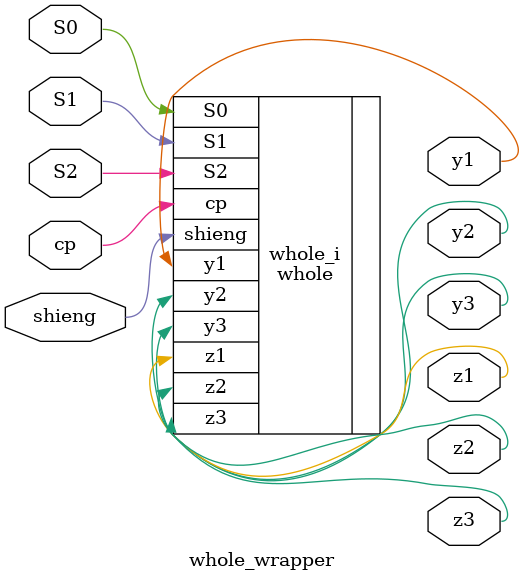
<source format=v>
`timescale 1 ps / 1 ps

module whole_wrapper
   (S0,
    S1,
    S2,
    cp,
    shieng,
    y1,
    y2,
    y3,
    z1,
    z2,
    z3);
  input S0;
  input S1;
  input [0:0]S2;
  input cp;
  input shieng;
  output [0:0]y1;
  output [0:0]y2;
  output [0:0]y3;
  output [0:0]z1;
  output [0:0]z2;
  output [0:0]z3;

  wire S0;
  wire S1;
  wire [0:0]S2;
  wire cp;
  wire shieng;
  wire [0:0]y1;
  wire [0:0]y2;
  wire [0:0]y3;
  wire [0:0]z1;
  wire [0:0]z2;
  wire [0:0]z3;

  whole whole_i
       (.S0(S0),
        .S1(S1),
        .S2(S2),
        .cp(cp),
        .shieng(shieng),
        .y1(y1),
        .y2(y2),
        .y3(y3),
        .z1(z1),
        .z2(z2),
        .z3(z3));
endmodule

</source>
